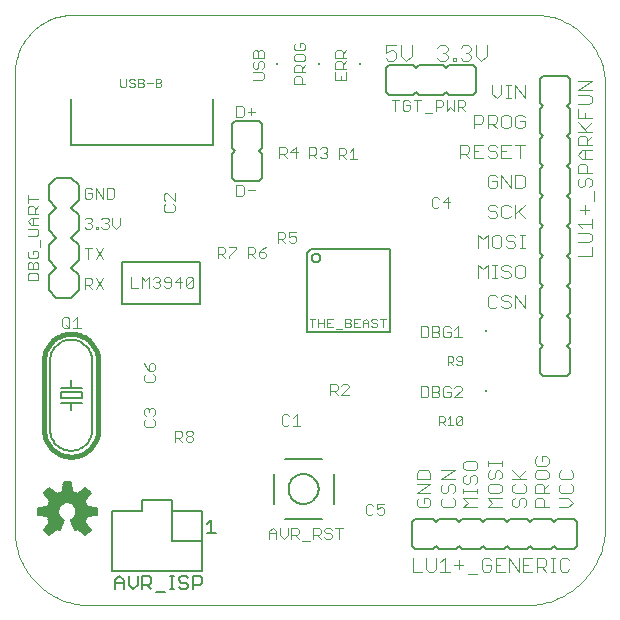
<source format=gto>
G75*
%MOIN*%
%OFA0B0*%
%FSLAX24Y24*%
%IPPOS*%
%LPD*%
%AMOC8*
5,1,8,0,0,1.08239X$1,22.5*
%
%ADD10C,0.0000*%
%ADD11C,0.0040*%
%ADD12C,0.0030*%
%ADD13C,0.0050*%
%ADD14C,0.0080*%
%ADD15R,0.0079X0.0079*%
%ADD16C,0.0060*%
%ADD17C,0.0160*%
%ADD18C,0.0059*%
D10*
X002680Y000180D02*
X017215Y000180D01*
X017317Y000182D01*
X017418Y000188D01*
X017519Y000197D01*
X017620Y000211D01*
X017720Y000228D01*
X017819Y000250D01*
X017917Y000275D01*
X018015Y000303D01*
X018111Y000336D01*
X018206Y000372D01*
X018299Y000412D01*
X018391Y000455D01*
X018481Y000502D01*
X018569Y000552D01*
X018655Y000606D01*
X018740Y000662D01*
X018821Y000722D01*
X018901Y000786D01*
X018978Y000852D01*
X019053Y000921D01*
X019124Y000992D01*
X019193Y001067D01*
X019259Y001144D01*
X019323Y001224D01*
X019383Y001305D01*
X019439Y001390D01*
X019493Y001476D01*
X019543Y001564D01*
X019590Y001654D01*
X019633Y001746D01*
X019673Y001839D01*
X019709Y001934D01*
X019742Y002030D01*
X019770Y002128D01*
X019795Y002226D01*
X019817Y002325D01*
X019834Y002425D01*
X019848Y002526D01*
X019857Y002627D01*
X019863Y002728D01*
X019865Y002830D01*
X019865Y017482D01*
X019863Y017578D01*
X019857Y017674D01*
X019848Y017769D01*
X019834Y017864D01*
X019817Y017959D01*
X019796Y018052D01*
X019771Y018145D01*
X019742Y018237D01*
X019710Y018327D01*
X019674Y018416D01*
X019635Y018504D01*
X019592Y018589D01*
X019546Y018674D01*
X019496Y018756D01*
X019443Y018836D01*
X019387Y018914D01*
X019328Y018989D01*
X019266Y019062D01*
X019201Y019133D01*
X019133Y019201D01*
X019062Y019266D01*
X018989Y019328D01*
X018914Y019387D01*
X018836Y019443D01*
X018756Y019496D01*
X018674Y019546D01*
X018589Y019592D01*
X018504Y019635D01*
X018416Y019674D01*
X018327Y019710D01*
X018237Y019742D01*
X018145Y019771D01*
X018052Y019796D01*
X017959Y019817D01*
X017864Y019834D01*
X017769Y019848D01*
X017674Y019857D01*
X017578Y019863D01*
X017482Y019865D01*
X002149Y019865D01*
X002149Y019866D02*
X002063Y019864D01*
X001977Y019859D01*
X001892Y019849D01*
X001807Y019836D01*
X001723Y019819D01*
X001639Y019799D01*
X001557Y019775D01*
X001476Y019747D01*
X001395Y019716D01*
X001317Y019682D01*
X001240Y019644D01*
X001165Y019602D01*
X001091Y019558D01*
X001020Y019510D01*
X000950Y019459D01*
X000883Y019405D01*
X000819Y019349D01*
X000757Y019289D01*
X000697Y019227D01*
X000641Y019163D01*
X000587Y019096D01*
X000536Y019026D01*
X000488Y018955D01*
X000444Y018882D01*
X000402Y018806D01*
X000364Y018729D01*
X000330Y018651D01*
X000299Y018570D01*
X000271Y018489D01*
X000247Y018407D01*
X000227Y018323D01*
X000210Y018239D01*
X000197Y018154D01*
X000187Y018069D01*
X000182Y017983D01*
X000180Y017897D01*
X000180Y002680D01*
X000182Y002582D01*
X000188Y002484D01*
X000197Y002386D01*
X000211Y002289D01*
X000228Y002192D01*
X000249Y002096D01*
X000274Y002001D01*
X000302Y001907D01*
X000335Y001815D01*
X000370Y001723D01*
X000410Y001633D01*
X000452Y001545D01*
X000499Y001458D01*
X000548Y001374D01*
X000601Y001291D01*
X000657Y001211D01*
X000717Y001132D01*
X000779Y001056D01*
X000844Y000983D01*
X000912Y000912D01*
X000983Y000844D01*
X001056Y000779D01*
X001132Y000717D01*
X001211Y000657D01*
X001291Y000601D01*
X001374Y000548D01*
X001458Y000499D01*
X001545Y000452D01*
X001633Y000410D01*
X001723Y000370D01*
X001815Y000335D01*
X001907Y000302D01*
X002001Y000274D01*
X002096Y000249D01*
X002192Y000228D01*
X002289Y000211D01*
X002386Y000197D01*
X002484Y000188D01*
X002582Y000182D01*
X002680Y000180D01*
D11*
X002371Y009413D02*
X002131Y009413D01*
X002251Y009413D02*
X002251Y009773D01*
X002131Y009653D01*
X002003Y009713D02*
X002003Y009473D01*
X001943Y009413D01*
X001823Y009413D01*
X001763Y009473D01*
X001763Y009713D01*
X001823Y009773D01*
X001943Y009773D01*
X002003Y009713D01*
X001883Y009533D02*
X002003Y009413D01*
X000970Y011022D02*
X000609Y011022D01*
X000609Y011202D01*
X000669Y011262D01*
X000910Y011262D01*
X000970Y011202D01*
X000970Y011022D01*
X000970Y011390D02*
X000609Y011390D01*
X000609Y011570D01*
X000669Y011630D01*
X000729Y011630D01*
X000789Y011570D01*
X000789Y011390D01*
X000789Y011570D02*
X000850Y011630D01*
X000910Y011630D01*
X000970Y011570D01*
X000970Y011390D01*
X000910Y011758D02*
X000669Y011758D01*
X000609Y011819D01*
X000609Y011939D01*
X000669Y011999D01*
X000789Y011999D02*
X000789Y011879D01*
X000789Y011999D02*
X000910Y011999D01*
X000970Y011939D01*
X000970Y011819D01*
X000910Y011758D01*
X001030Y012127D02*
X001030Y012367D01*
X000910Y012495D02*
X000970Y012555D01*
X000970Y012675D01*
X000910Y012735D01*
X000609Y012735D01*
X000729Y012863D02*
X000609Y012984D01*
X000729Y013104D01*
X000970Y013104D01*
X000970Y013232D02*
X000609Y013232D01*
X000609Y013412D01*
X000669Y013472D01*
X000789Y013472D01*
X000850Y013412D01*
X000850Y013232D01*
X000850Y013352D02*
X000970Y013472D01*
X000970Y013720D02*
X000609Y013720D01*
X000609Y013600D02*
X000609Y013840D01*
X000789Y013104D02*
X000789Y012863D01*
X000729Y012863D02*
X000970Y012863D01*
X000910Y012495D02*
X000609Y012495D01*
X012544Y018414D02*
X012630Y018328D01*
X012804Y018328D01*
X012891Y018414D01*
X012891Y018588D01*
X012804Y018674D01*
X012717Y018674D01*
X012544Y018588D01*
X012544Y018848D01*
X012891Y018848D01*
X013059Y018848D02*
X013059Y018501D01*
X013233Y018328D01*
X013406Y018501D01*
X013406Y018848D01*
X014270Y018761D02*
X014357Y018848D01*
X014530Y018848D01*
X014617Y018761D01*
X014617Y018674D01*
X014530Y018588D01*
X014617Y018501D01*
X014617Y018414D01*
X014530Y018328D01*
X014357Y018328D01*
X014270Y018414D01*
X014444Y018588D02*
X014530Y018588D01*
X014786Y018414D02*
X014873Y018414D01*
X014873Y018328D01*
X014786Y018328D01*
X014786Y018414D01*
X015044Y018414D02*
X015130Y018328D01*
X015304Y018328D01*
X015391Y018414D01*
X015391Y018501D01*
X015304Y018588D01*
X015217Y018588D01*
X015304Y018588D02*
X015391Y018674D01*
X015391Y018761D01*
X015304Y018848D01*
X015130Y018848D01*
X015044Y018761D01*
X015559Y018848D02*
X015559Y018501D01*
X015733Y018328D01*
X015906Y018501D01*
X015906Y018848D01*
X016097Y017535D02*
X016097Y017228D01*
X016251Y017075D01*
X016404Y017228D01*
X016404Y017535D01*
X016558Y017535D02*
X016711Y017535D01*
X016634Y017535D02*
X016634Y017075D01*
X016558Y017075D02*
X016711Y017075D01*
X016865Y017075D02*
X016865Y017535D01*
X017172Y017075D01*
X017172Y017535D01*
X017095Y016535D02*
X016941Y016535D01*
X016865Y016459D01*
X016865Y016152D01*
X016941Y016075D01*
X017095Y016075D01*
X017172Y016152D01*
X017172Y016305D01*
X017018Y016305D01*
X017172Y016459D02*
X017095Y016535D01*
X016711Y016459D02*
X016634Y016535D01*
X016481Y016535D01*
X016404Y016459D01*
X016404Y016152D01*
X016481Y016075D01*
X016634Y016075D01*
X016711Y016152D01*
X016711Y016459D01*
X016251Y016459D02*
X016251Y016305D01*
X016174Y016228D01*
X015944Y016228D01*
X015944Y016075D02*
X015944Y016535D01*
X016174Y016535D01*
X016251Y016459D01*
X016097Y016228D02*
X016251Y016075D01*
X015790Y016305D02*
X015790Y016459D01*
X015714Y016535D01*
X015483Y016535D01*
X015483Y016075D01*
X015483Y016228D02*
X015714Y016228D01*
X015790Y016305D01*
X015188Y016663D02*
X015067Y016783D01*
X015128Y016783D02*
X014947Y016783D01*
X014947Y016663D02*
X014947Y017023D01*
X015128Y017023D01*
X015188Y016963D01*
X015188Y016843D01*
X015128Y016783D01*
X014819Y016663D02*
X014819Y017023D01*
X014579Y017023D02*
X014579Y016663D01*
X014699Y016783D01*
X014819Y016663D01*
X014451Y016843D02*
X014391Y016783D01*
X014211Y016783D01*
X014211Y016663D02*
X014211Y017023D01*
X014391Y017023D01*
X014451Y016963D01*
X014451Y016843D01*
X014083Y016602D02*
X013842Y016602D01*
X013594Y016663D02*
X013594Y017023D01*
X013474Y017023D02*
X013714Y017023D01*
X013346Y016963D02*
X013286Y017023D01*
X013166Y017023D01*
X013106Y016963D01*
X013106Y016723D01*
X013166Y016663D01*
X013286Y016663D01*
X013346Y016723D01*
X013346Y016843D01*
X013226Y016843D01*
X012978Y017023D02*
X012738Y017023D01*
X012858Y017023D02*
X012858Y016663D01*
X015023Y015535D02*
X015023Y015075D01*
X015023Y015228D02*
X015253Y015228D01*
X015330Y015305D01*
X015330Y015459D01*
X015253Y015535D01*
X015023Y015535D01*
X015176Y015228D02*
X015330Y015075D01*
X015483Y015075D02*
X015790Y015075D01*
X015944Y015152D02*
X016021Y015075D01*
X016174Y015075D01*
X016251Y015152D01*
X016251Y015228D01*
X016174Y015305D01*
X016021Y015305D01*
X015944Y015382D01*
X015944Y015459D01*
X016021Y015535D01*
X016174Y015535D01*
X016251Y015459D01*
X016404Y015535D02*
X016404Y015075D01*
X016711Y015075D01*
X016558Y015305D02*
X016404Y015305D01*
X016404Y015535D02*
X016711Y015535D01*
X016865Y015535D02*
X017172Y015535D01*
X017018Y015535D02*
X017018Y015075D01*
X017095Y014535D02*
X016865Y014535D01*
X016865Y014075D01*
X017095Y014075D01*
X017172Y014152D01*
X017172Y014459D01*
X017095Y014535D01*
X016711Y014535D02*
X016711Y014075D01*
X016404Y014535D01*
X016404Y014075D01*
X016251Y014152D02*
X016251Y014305D01*
X016097Y014305D01*
X015944Y014152D02*
X016021Y014075D01*
X016174Y014075D01*
X016251Y014152D01*
X015944Y014152D02*
X015944Y014459D01*
X016021Y014535D01*
X016174Y014535D01*
X016251Y014459D01*
X015483Y015075D02*
X015483Y015535D01*
X015790Y015535D01*
X015637Y015305D02*
X015483Y015305D01*
X016021Y013535D02*
X015944Y013459D01*
X015944Y013382D01*
X016021Y013305D01*
X016174Y013305D01*
X016251Y013228D01*
X016251Y013152D01*
X016174Y013075D01*
X016021Y013075D01*
X015944Y013152D01*
X016021Y013535D02*
X016174Y013535D01*
X016251Y013459D01*
X016404Y013459D02*
X016404Y013152D01*
X016481Y013075D01*
X016634Y013075D01*
X016711Y013152D01*
X016865Y013228D02*
X017172Y013535D01*
X016941Y013305D02*
X017172Y013075D01*
X016865Y013075D02*
X016865Y013535D01*
X016711Y013459D02*
X016634Y013535D01*
X016481Y013535D01*
X016404Y013459D01*
X016327Y012535D02*
X016404Y012459D01*
X016404Y012152D01*
X016327Y012075D01*
X016174Y012075D01*
X016097Y012152D01*
X016097Y012459D01*
X016174Y012535D01*
X016327Y012535D01*
X016558Y012459D02*
X016558Y012382D01*
X016634Y012305D01*
X016788Y012305D01*
X016865Y012228D01*
X016865Y012152D01*
X016788Y012075D01*
X016634Y012075D01*
X016558Y012152D01*
X016558Y012459D02*
X016634Y012535D01*
X016788Y012535D01*
X016865Y012459D01*
X017018Y012535D02*
X017172Y012535D01*
X017095Y012535D02*
X017095Y012075D01*
X017018Y012075D02*
X017172Y012075D01*
X017095Y011535D02*
X017172Y011459D01*
X017172Y011152D01*
X017095Y011075D01*
X016941Y011075D01*
X016865Y011152D01*
X016865Y011459D01*
X016941Y011535D01*
X017095Y011535D01*
X016711Y011459D02*
X016634Y011535D01*
X016481Y011535D01*
X016404Y011459D01*
X016404Y011382D01*
X016481Y011305D01*
X016634Y011305D01*
X016711Y011228D01*
X016711Y011152D01*
X016634Y011075D01*
X016481Y011075D01*
X016404Y011152D01*
X016251Y011075D02*
X016097Y011075D01*
X016174Y011075D02*
X016174Y011535D01*
X016097Y011535D02*
X016251Y011535D01*
X015944Y011535D02*
X015944Y011075D01*
X015637Y011075D02*
X015637Y011535D01*
X015790Y011382D01*
X015944Y011535D01*
X015944Y012075D02*
X015944Y012535D01*
X015790Y012382D01*
X015637Y012535D01*
X015637Y012075D01*
X016021Y010535D02*
X015944Y010459D01*
X015944Y010152D01*
X016021Y010075D01*
X016174Y010075D01*
X016251Y010152D01*
X016404Y010152D02*
X016481Y010075D01*
X016634Y010075D01*
X016711Y010152D01*
X016711Y010228D01*
X016634Y010305D01*
X016481Y010305D01*
X016404Y010382D01*
X016404Y010459D01*
X016481Y010535D01*
X016634Y010535D01*
X016711Y010459D01*
X016865Y010535D02*
X016865Y010075D01*
X017172Y010075D02*
X016865Y010535D01*
X017172Y010535D02*
X017172Y010075D01*
X016251Y010459D02*
X016174Y010535D01*
X016021Y010535D01*
X018950Y011825D02*
X019410Y011825D01*
X019410Y012132D01*
X019333Y012285D02*
X019410Y012362D01*
X019410Y012516D01*
X019333Y012592D01*
X018950Y012592D01*
X019103Y012746D02*
X018950Y012899D01*
X019410Y012899D01*
X019410Y012746D02*
X019410Y013053D01*
X019180Y013206D02*
X019180Y013513D01*
X019333Y013360D02*
X019026Y013360D01*
X019487Y013667D02*
X019487Y013973D01*
X019333Y014127D02*
X019410Y014204D01*
X019410Y014357D01*
X019333Y014434D01*
X019257Y014434D01*
X019180Y014357D01*
X019180Y014204D01*
X019103Y014127D01*
X019026Y014127D01*
X018950Y014204D01*
X018950Y014357D01*
X019026Y014434D01*
X018950Y014587D02*
X018950Y014818D01*
X019026Y014894D01*
X019180Y014894D01*
X019257Y014818D01*
X019257Y014587D01*
X019410Y014587D02*
X018950Y014587D01*
X019103Y015048D02*
X018950Y015201D01*
X019103Y015355D01*
X019410Y015355D01*
X019410Y015508D02*
X018950Y015508D01*
X018950Y015738D01*
X019026Y015815D01*
X019180Y015815D01*
X019257Y015738D01*
X019257Y015508D01*
X019257Y015662D02*
X019410Y015815D01*
X019410Y015969D02*
X018950Y015969D01*
X019180Y016045D02*
X019410Y016275D01*
X019410Y016429D02*
X018950Y016429D01*
X018950Y016736D01*
X018950Y016889D02*
X019333Y016889D01*
X019410Y016966D01*
X019410Y017120D01*
X019333Y017196D01*
X018950Y017196D01*
X018950Y017350D02*
X019410Y017657D01*
X018950Y017657D01*
X018950Y017350D02*
X019410Y017350D01*
X019180Y016582D02*
X019180Y016429D01*
X018950Y016275D02*
X019257Y015969D01*
X019180Y015355D02*
X019180Y015048D01*
X019103Y015048D02*
X019410Y015048D01*
X019333Y012285D02*
X018950Y012285D01*
X017896Y005138D02*
X017742Y005138D01*
X017742Y004985D01*
X017589Y005138D02*
X017512Y005061D01*
X017512Y004908D01*
X017589Y004831D01*
X017896Y004831D01*
X017973Y004908D01*
X017973Y005061D01*
X017896Y005138D01*
X017896Y004678D02*
X017589Y004678D01*
X017512Y004601D01*
X017512Y004448D01*
X017589Y004371D01*
X017896Y004371D01*
X017973Y004448D01*
X017973Y004601D01*
X017896Y004678D01*
X018325Y004601D02*
X018325Y004448D01*
X018401Y004371D01*
X018708Y004371D01*
X018785Y004448D01*
X018785Y004601D01*
X018708Y004678D01*
X018401Y004678D02*
X018325Y004601D01*
X018401Y004217D02*
X018325Y004141D01*
X018325Y003987D01*
X018401Y003910D01*
X018708Y003910D01*
X018785Y003987D01*
X018785Y004141D01*
X018708Y004217D01*
X018632Y003757D02*
X018325Y003757D01*
X018632Y003757D02*
X018785Y003603D01*
X018632Y003450D01*
X018325Y003450D01*
X017973Y003450D02*
X017512Y003450D01*
X017512Y003680D01*
X017589Y003757D01*
X017742Y003757D01*
X017819Y003680D01*
X017819Y003450D01*
X017819Y003910D02*
X017819Y004141D01*
X017742Y004217D01*
X017589Y004217D01*
X017512Y004141D01*
X017512Y003910D01*
X017973Y003910D01*
X017819Y004064D02*
X017973Y004217D01*
X017223Y004141D02*
X017146Y004217D01*
X017223Y004141D02*
X017223Y003987D01*
X017146Y003910D01*
X016839Y003910D01*
X016762Y003987D01*
X016762Y004141D01*
X016839Y004217D01*
X016762Y004371D02*
X017223Y004371D01*
X017069Y004371D02*
X016762Y004678D01*
X016992Y004448D02*
X017223Y004678D01*
X016410Y004601D02*
X016410Y004448D01*
X016333Y004371D01*
X016333Y004217D02*
X016026Y004217D01*
X015950Y004141D01*
X015950Y003987D01*
X016026Y003910D01*
X016333Y003910D01*
X016410Y003987D01*
X016410Y004141D01*
X016333Y004217D01*
X016103Y004371D02*
X016180Y004448D01*
X016180Y004601D01*
X016257Y004678D01*
X016333Y004678D01*
X016410Y004601D01*
X016410Y004831D02*
X016410Y004985D01*
X016410Y004908D02*
X015950Y004908D01*
X015950Y004831D02*
X015950Y004985D01*
X016026Y004678D02*
X015950Y004601D01*
X015950Y004448D01*
X016026Y004371D01*
X016103Y004371D01*
X015598Y004448D02*
X015598Y004294D01*
X015521Y004217D01*
X015598Y004064D02*
X015598Y003910D01*
X015598Y003987D02*
X015137Y003987D01*
X015137Y003910D02*
X015137Y004064D01*
X015214Y004217D02*
X015291Y004217D01*
X015367Y004294D01*
X015367Y004448D01*
X015444Y004524D01*
X015521Y004524D01*
X015598Y004448D01*
X015521Y004678D02*
X015214Y004678D01*
X015137Y004754D01*
X015137Y004908D01*
X015214Y004985D01*
X015521Y004985D01*
X015598Y004908D01*
X015598Y004754D01*
X015521Y004678D01*
X015214Y004524D02*
X015137Y004448D01*
X015137Y004294D01*
X015214Y004217D01*
X014848Y004141D02*
X014848Y003987D01*
X014771Y003910D01*
X014771Y003757D02*
X014848Y003680D01*
X014848Y003527D01*
X014771Y003450D01*
X014464Y003450D01*
X014387Y003527D01*
X014387Y003680D01*
X014464Y003757D01*
X014464Y003910D02*
X014541Y003910D01*
X014617Y003987D01*
X014617Y004141D01*
X014694Y004217D01*
X014771Y004217D01*
X014848Y004141D01*
X014848Y004371D02*
X014387Y004371D01*
X014848Y004678D01*
X014387Y004678D01*
X014035Y004601D02*
X014035Y004371D01*
X013575Y004371D01*
X013575Y004601D01*
X013651Y004678D01*
X013958Y004678D01*
X014035Y004601D01*
X014035Y004217D02*
X013575Y004217D01*
X013575Y003910D02*
X014035Y004217D01*
X014035Y003910D02*
X013575Y003910D01*
X013651Y003757D02*
X013575Y003680D01*
X013575Y003527D01*
X013651Y003450D01*
X013958Y003450D01*
X014035Y003527D01*
X014035Y003680D01*
X013958Y003757D01*
X013805Y003757D01*
X013805Y003603D01*
X014387Y003987D02*
X014464Y003910D01*
X014387Y003987D02*
X014387Y004141D01*
X014464Y004217D01*
X015137Y003757D02*
X015291Y003603D01*
X015137Y003450D01*
X015598Y003450D01*
X015598Y003757D02*
X015137Y003757D01*
X015950Y003757D02*
X016103Y003603D01*
X015950Y003450D01*
X016410Y003450D01*
X016762Y003527D02*
X016839Y003450D01*
X016916Y003450D01*
X016992Y003527D01*
X016992Y003680D01*
X017069Y003757D01*
X017146Y003757D01*
X017223Y003680D01*
X017223Y003527D01*
X017146Y003450D01*
X016762Y003527D02*
X016762Y003680D01*
X016839Y003757D01*
X016410Y003757D02*
X015950Y003757D01*
X015976Y001760D02*
X015823Y001760D01*
X015746Y001684D01*
X015746Y001377D01*
X015823Y001300D01*
X015976Y001300D01*
X016053Y001377D01*
X016053Y001530D01*
X015900Y001530D01*
X016053Y001684D02*
X015976Y001760D01*
X016206Y001760D02*
X016206Y001300D01*
X016513Y001300D01*
X016667Y001300D02*
X016667Y001760D01*
X016974Y001300D01*
X016974Y001760D01*
X017127Y001760D02*
X017127Y001300D01*
X017434Y001300D01*
X017588Y001300D02*
X017588Y001760D01*
X017818Y001760D01*
X017895Y001684D01*
X017895Y001530D01*
X017818Y001453D01*
X017588Y001453D01*
X017741Y001453D02*
X017895Y001300D01*
X018048Y001300D02*
X018201Y001300D01*
X018125Y001300D02*
X018125Y001760D01*
X018201Y001760D02*
X018048Y001760D01*
X018355Y001684D02*
X018355Y001377D01*
X018432Y001300D01*
X018585Y001300D01*
X018662Y001377D01*
X018662Y001684D02*
X018585Y001760D01*
X018432Y001760D01*
X018355Y001684D01*
X017434Y001760D02*
X017127Y001760D01*
X017127Y001530D02*
X017281Y001530D01*
X016513Y001760D02*
X016206Y001760D01*
X016206Y001530D02*
X016360Y001530D01*
X015593Y001223D02*
X015286Y001223D01*
X015132Y001530D02*
X014825Y001530D01*
X014979Y001684D02*
X014979Y001377D01*
X014672Y001300D02*
X014365Y001300D01*
X014518Y001300D02*
X014518Y001760D01*
X014365Y001607D01*
X014211Y001760D02*
X014211Y001377D01*
X014135Y001300D01*
X013981Y001300D01*
X013904Y001377D01*
X013904Y001760D01*
X013444Y001760D02*
X013444Y001300D01*
X013751Y001300D01*
D12*
X012436Y003195D02*
X012313Y003195D01*
X012251Y003257D01*
X012129Y003257D02*
X012068Y003195D01*
X011944Y003195D01*
X011883Y003257D01*
X011883Y003504D01*
X011944Y003565D01*
X012068Y003565D01*
X012129Y003504D01*
X012251Y003565D02*
X012251Y003380D01*
X012374Y003442D01*
X012436Y003442D01*
X012498Y003380D01*
X012498Y003257D01*
X012436Y003195D01*
X012498Y003565D02*
X012251Y003565D01*
X011114Y002765D02*
X010867Y002765D01*
X010991Y002765D02*
X010991Y002395D01*
X010746Y002457D02*
X010684Y002395D01*
X010561Y002395D01*
X010499Y002457D01*
X010378Y002395D02*
X010254Y002518D01*
X010316Y002518D02*
X010131Y002518D01*
X010131Y002395D02*
X010131Y002765D01*
X010316Y002765D01*
X010378Y002704D01*
X010378Y002580D01*
X010316Y002518D01*
X010499Y002642D02*
X010561Y002580D01*
X010684Y002580D01*
X010746Y002518D01*
X010746Y002457D01*
X010746Y002704D02*
X010684Y002765D01*
X010561Y002765D01*
X010499Y002704D01*
X010499Y002642D01*
X010009Y002333D02*
X009762Y002333D01*
X009641Y002395D02*
X009518Y002518D01*
X009579Y002518D02*
X009394Y002518D01*
X009273Y002518D02*
X009149Y002395D01*
X009026Y002518D01*
X009026Y002765D01*
X008904Y002642D02*
X008904Y002395D01*
X008904Y002580D02*
X008658Y002580D01*
X008658Y002642D02*
X008658Y002395D01*
X008658Y002642D02*
X008781Y002765D01*
X008904Y002642D01*
X009273Y002765D02*
X009273Y002518D01*
X009394Y002395D02*
X009394Y002765D01*
X009579Y002765D01*
X009641Y002704D01*
X009641Y002580D01*
X009579Y002518D01*
X006123Y005694D02*
X006061Y005633D01*
X005938Y005633D01*
X005876Y005694D01*
X005876Y005756D01*
X005938Y005818D01*
X006061Y005818D01*
X006123Y005756D01*
X006123Y005694D01*
X006061Y005818D02*
X006123Y005879D01*
X006123Y005941D01*
X006061Y006003D01*
X005938Y006003D01*
X005876Y005941D01*
X005876Y005879D01*
X005938Y005818D01*
X005754Y005818D02*
X005754Y005941D01*
X005693Y006003D01*
X005508Y006003D01*
X005508Y005633D01*
X005508Y005756D02*
X005693Y005756D01*
X005754Y005818D01*
X005631Y005756D02*
X005754Y005633D01*
X004853Y006194D02*
X004853Y006318D01*
X004791Y006379D01*
X004791Y006501D02*
X004853Y006563D01*
X004853Y006686D01*
X004791Y006748D01*
X004729Y006748D01*
X004667Y006686D01*
X004667Y006624D01*
X004667Y006686D02*
X004606Y006748D01*
X004544Y006748D01*
X004482Y006686D01*
X004482Y006563D01*
X004544Y006501D01*
X004544Y006379D02*
X004482Y006318D01*
X004482Y006194D01*
X004544Y006133D01*
X004791Y006133D01*
X004853Y006194D01*
X004791Y007633D02*
X004544Y007633D01*
X004482Y007694D01*
X004482Y007818D01*
X004544Y007879D01*
X004667Y008001D02*
X004667Y008186D01*
X004729Y008248D01*
X004791Y008248D01*
X004853Y008186D01*
X004853Y008063D01*
X004791Y008001D01*
X004667Y008001D01*
X004544Y008124D01*
X004482Y008248D01*
X004791Y007879D02*
X004853Y007818D01*
X004853Y007694D01*
X004791Y007633D01*
X004843Y010754D02*
X004781Y010816D01*
X004843Y010754D02*
X004966Y010754D01*
X005028Y010816D01*
X005028Y010878D01*
X004966Y010940D01*
X004904Y010940D01*
X004966Y010940D02*
X005028Y011001D01*
X005028Y011063D01*
X004966Y011125D01*
X004843Y011125D01*
X004781Y011063D01*
X004660Y011125D02*
X004660Y010754D01*
X004413Y010754D02*
X004413Y011125D01*
X004536Y011001D01*
X004660Y011125D01*
X004291Y010754D02*
X004044Y010754D01*
X004044Y011125D01*
X003123Y011103D02*
X002876Y010733D01*
X002754Y010733D02*
X002631Y010856D01*
X002693Y010856D02*
X002508Y010856D01*
X002508Y010733D02*
X002508Y011103D01*
X002693Y011103D01*
X002754Y011041D01*
X002754Y010918D01*
X002693Y010856D01*
X002876Y011103D02*
X003123Y010733D01*
X003123Y011733D02*
X002876Y012103D01*
X002754Y012103D02*
X002508Y012103D01*
X002631Y012103D02*
X002631Y011733D01*
X002876Y011733D02*
X003123Y012103D01*
X003122Y012733D02*
X003060Y012794D01*
X003122Y012733D02*
X003245Y012733D01*
X003307Y012794D01*
X003307Y012856D01*
X003245Y012918D01*
X003183Y012918D01*
X003245Y012918D02*
X003307Y012979D01*
X003307Y013041D01*
X003245Y013103D01*
X003122Y013103D01*
X003060Y013041D01*
X002938Y012794D02*
X002938Y012733D01*
X002876Y012733D01*
X002876Y012794D01*
X002938Y012794D01*
X002754Y012794D02*
X002693Y012733D01*
X002569Y012733D01*
X002508Y012794D01*
X002631Y012918D02*
X002693Y012918D01*
X002754Y012856D01*
X002754Y012794D01*
X002693Y012918D02*
X002754Y012979D01*
X002754Y013041D01*
X002693Y013103D01*
X002569Y013103D01*
X002508Y013041D01*
X002569Y013733D02*
X002693Y013733D01*
X002754Y013794D01*
X002754Y013918D01*
X002631Y013918D01*
X002754Y014041D02*
X002693Y014103D01*
X002569Y014103D01*
X002508Y014041D01*
X002508Y013794D01*
X002569Y013733D01*
X002876Y013733D02*
X002876Y014103D01*
X003123Y013733D01*
X003123Y014103D01*
X003244Y014103D02*
X003429Y014103D01*
X003491Y014041D01*
X003491Y013794D01*
X003429Y013733D01*
X003244Y013733D01*
X003244Y014103D01*
X003428Y013103D02*
X003428Y012856D01*
X003552Y012733D01*
X003675Y012856D01*
X003675Y013103D01*
X005138Y013363D02*
X005199Y013301D01*
X005446Y013301D01*
X005508Y013363D01*
X005508Y013486D01*
X005446Y013548D01*
X005508Y013670D02*
X005261Y013916D01*
X005199Y013916D01*
X005138Y013855D01*
X005138Y013731D01*
X005199Y013670D01*
X005199Y013548D02*
X005138Y013486D01*
X005138Y013363D01*
X005508Y013670D02*
X005508Y013916D01*
X006945Y012128D02*
X007130Y012128D01*
X007192Y012066D01*
X007192Y011943D01*
X007130Y011881D01*
X006945Y011881D01*
X007068Y011881D02*
X007192Y011758D01*
X007313Y011758D02*
X007313Y011819D01*
X007560Y012066D01*
X007560Y012128D01*
X007313Y012128D01*
X006945Y012128D02*
X006945Y011758D01*
X006133Y011063D02*
X005886Y010816D01*
X005948Y010754D01*
X006071Y010754D01*
X006133Y010816D01*
X006133Y011063D01*
X006071Y011125D01*
X005948Y011125D01*
X005886Y011063D01*
X005886Y010816D01*
X005765Y010940D02*
X005518Y010940D01*
X005703Y011125D01*
X005703Y010754D01*
X005396Y010816D02*
X005396Y011063D01*
X005335Y011125D01*
X005211Y011125D01*
X005149Y011063D01*
X005149Y011001D01*
X005211Y010940D01*
X005396Y010940D01*
X005396Y010816D02*
X005335Y010754D01*
X005211Y010754D01*
X005149Y010816D01*
X007945Y011758D02*
X007945Y012128D01*
X008130Y012128D01*
X008192Y012066D01*
X008192Y011943D01*
X008130Y011881D01*
X007945Y011881D01*
X008068Y011881D02*
X008192Y011758D01*
X008313Y011819D02*
X008375Y011758D01*
X008498Y011758D01*
X008560Y011819D01*
X008560Y011881D01*
X008498Y011943D01*
X008313Y011943D01*
X008313Y011819D01*
X008313Y011943D02*
X008437Y012066D01*
X008560Y012128D01*
X008945Y012258D02*
X008945Y012628D01*
X009130Y012628D01*
X009192Y012566D01*
X009192Y012443D01*
X009130Y012381D01*
X008945Y012381D01*
X009068Y012381D02*
X009192Y012258D01*
X009313Y012319D02*
X009375Y012258D01*
X009498Y012258D01*
X009560Y012319D01*
X009560Y012443D01*
X009498Y012504D01*
X009437Y012504D01*
X009313Y012443D01*
X009313Y012628D01*
X009560Y012628D01*
X007817Y013882D02*
X007817Y014129D01*
X007755Y014190D01*
X007570Y014190D01*
X007570Y013820D01*
X007755Y013820D01*
X007817Y013882D01*
X007938Y014005D02*
X008185Y014005D01*
X009002Y015089D02*
X009002Y015459D01*
X009187Y015459D01*
X009249Y015397D01*
X009249Y015274D01*
X009187Y015212D01*
X009002Y015212D01*
X009126Y015212D02*
X009249Y015089D01*
X009370Y015274D02*
X009556Y015459D01*
X009556Y015089D01*
X009617Y015274D02*
X009370Y015274D01*
X009986Y015196D02*
X010171Y015196D01*
X010233Y015258D01*
X010233Y015382D01*
X010171Y015443D01*
X009986Y015443D01*
X009986Y015073D01*
X010110Y015196D02*
X010233Y015073D01*
X010355Y015135D02*
X010416Y015073D01*
X010540Y015073D01*
X010602Y015135D01*
X010602Y015196D01*
X010540Y015258D01*
X010478Y015258D01*
X010540Y015258D02*
X010602Y015320D01*
X010602Y015382D01*
X010540Y015443D01*
X010416Y015443D01*
X010355Y015382D01*
X010971Y015428D02*
X010971Y015057D01*
X010971Y015181D02*
X011156Y015181D01*
X011217Y015242D01*
X011217Y015366D01*
X011156Y015428D01*
X010971Y015428D01*
X011094Y015181D02*
X011217Y015057D01*
X011339Y015057D02*
X011586Y015057D01*
X011462Y015057D02*
X011462Y015428D01*
X011339Y015304D01*
X014083Y013729D02*
X014083Y013482D01*
X014145Y013420D01*
X014269Y013420D01*
X014330Y013482D01*
X014452Y013605D02*
X014699Y013605D01*
X014637Y013420D02*
X014637Y013790D01*
X014452Y013605D01*
X014330Y013729D02*
X014269Y013790D01*
X014145Y013790D01*
X014083Y013729D01*
X012558Y009735D02*
X012365Y009735D01*
X012461Y009735D02*
X012461Y009445D01*
X012264Y009493D02*
X012215Y009445D01*
X012118Y009445D01*
X012070Y009493D01*
X012118Y009590D02*
X012070Y009638D01*
X012070Y009687D01*
X012118Y009735D01*
X012215Y009735D01*
X012264Y009687D01*
X012215Y009590D02*
X012264Y009542D01*
X012264Y009493D01*
X012215Y009590D02*
X012118Y009590D01*
X011969Y009590D02*
X011775Y009590D01*
X011775Y009638D02*
X011775Y009445D01*
X011674Y009445D02*
X011481Y009445D01*
X011481Y009735D01*
X011674Y009735D01*
X011775Y009638D02*
X011872Y009735D01*
X011969Y009638D01*
X011969Y009445D01*
X011578Y009590D02*
X011481Y009590D01*
X011380Y009542D02*
X011380Y009493D01*
X011331Y009445D01*
X011186Y009445D01*
X011186Y009735D01*
X011331Y009735D01*
X011380Y009687D01*
X011380Y009638D01*
X011331Y009590D01*
X011186Y009590D01*
X011331Y009590D02*
X011380Y009542D01*
X011085Y009397D02*
X010891Y009397D01*
X010790Y009445D02*
X010597Y009445D01*
X010597Y009735D01*
X010790Y009735D01*
X010694Y009590D02*
X010597Y009590D01*
X010496Y009590D02*
X010302Y009590D01*
X010302Y009445D02*
X010302Y009735D01*
X010201Y009735D02*
X010008Y009735D01*
X010104Y009735D02*
X010104Y009445D01*
X010496Y009445D02*
X010496Y009735D01*
X010695Y007565D02*
X010880Y007565D01*
X010942Y007504D01*
X010942Y007380D01*
X010880Y007318D01*
X010695Y007318D01*
X010695Y007195D02*
X010695Y007565D01*
X010818Y007318D02*
X010942Y007195D01*
X011063Y007195D02*
X011310Y007442D01*
X011310Y007504D01*
X011248Y007565D01*
X011125Y007565D01*
X011063Y007504D01*
X011063Y007195D02*
X011310Y007195D01*
X009575Y006540D02*
X009575Y006170D01*
X009452Y006170D02*
X009699Y006170D01*
X009452Y006417D02*
X009575Y006540D01*
X009330Y006479D02*
X009269Y006540D01*
X009145Y006540D01*
X009083Y006479D01*
X009083Y006232D01*
X009145Y006170D01*
X009269Y006170D01*
X009330Y006232D01*
X013722Y007108D02*
X013907Y007108D01*
X013969Y007169D01*
X013969Y007416D01*
X013907Y007478D01*
X013722Y007478D01*
X013722Y007108D01*
X014090Y007108D02*
X014275Y007108D01*
X014337Y007169D01*
X014337Y007231D01*
X014275Y007293D01*
X014090Y007293D01*
X014090Y007108D02*
X014090Y007478D01*
X014275Y007478D01*
X014337Y007416D01*
X014337Y007354D01*
X014275Y007293D01*
X014458Y007416D02*
X014458Y007169D01*
X014520Y007108D01*
X014644Y007108D01*
X014705Y007169D01*
X014705Y007293D01*
X014582Y007293D01*
X014705Y007416D02*
X014644Y007478D01*
X014520Y007478D01*
X014458Y007416D01*
X014827Y007416D02*
X014888Y007478D01*
X015012Y007478D01*
X015074Y007416D01*
X015074Y007354D01*
X014827Y007108D01*
X015074Y007108D01*
X015045Y006478D02*
X015094Y006429D01*
X014900Y006236D01*
X014949Y006188D01*
X015045Y006188D01*
X015094Y006236D01*
X015094Y006429D01*
X015045Y006478D02*
X014949Y006478D01*
X014900Y006429D01*
X014900Y006236D01*
X014799Y006188D02*
X014606Y006188D01*
X014702Y006188D02*
X014702Y006478D01*
X014606Y006381D01*
X014505Y006429D02*
X014505Y006333D01*
X014456Y006284D01*
X014311Y006284D01*
X014311Y006188D02*
X014311Y006478D01*
X014456Y006478D01*
X014505Y006429D01*
X014408Y006284D02*
X014505Y006188D01*
X014606Y008188D02*
X014606Y008478D01*
X014751Y008478D01*
X014799Y008429D01*
X014799Y008333D01*
X014751Y008284D01*
X014606Y008284D01*
X014702Y008284D02*
X014799Y008188D01*
X014900Y008236D02*
X014949Y008188D01*
X015045Y008188D01*
X015094Y008236D01*
X015094Y008429D01*
X015045Y008478D01*
X014949Y008478D01*
X014900Y008429D01*
X014900Y008381D01*
X014949Y008333D01*
X015094Y008333D01*
X015074Y009108D02*
X014827Y009108D01*
X014950Y009108D02*
X014950Y009478D01*
X014827Y009354D01*
X014705Y009293D02*
X014582Y009293D01*
X014705Y009293D02*
X014705Y009169D01*
X014644Y009108D01*
X014520Y009108D01*
X014458Y009169D01*
X014458Y009416D01*
X014520Y009478D01*
X014644Y009478D01*
X014705Y009416D01*
X014337Y009416D02*
X014337Y009354D01*
X014275Y009293D01*
X014090Y009293D01*
X013969Y009416D02*
X013969Y009169D01*
X013907Y009108D01*
X013722Y009108D01*
X013722Y009478D01*
X013907Y009478D01*
X013969Y009416D01*
X014090Y009478D02*
X014275Y009478D01*
X014337Y009416D01*
X014275Y009293D02*
X014337Y009231D01*
X014337Y009169D01*
X014275Y009108D01*
X014090Y009108D01*
X014090Y009478D01*
X008062Y016507D02*
X008062Y016754D01*
X008185Y016630D02*
X007938Y016630D01*
X007817Y016507D02*
X007817Y016754D01*
X007755Y016815D01*
X007570Y016815D01*
X007570Y016445D01*
X007755Y016445D01*
X007817Y016507D01*
X008117Y017695D02*
X008425Y017695D01*
X008487Y017757D01*
X008487Y017880D01*
X008425Y017942D01*
X008117Y017942D01*
X008178Y018063D02*
X008240Y018063D01*
X008302Y018125D01*
X008302Y018248D01*
X008363Y018310D01*
X008425Y018310D01*
X008487Y018248D01*
X008487Y018125D01*
X008425Y018063D01*
X008178Y018063D02*
X008117Y018125D01*
X008117Y018248D01*
X008178Y018310D01*
X008117Y018432D02*
X008117Y018617D01*
X008178Y018679D01*
X008240Y018679D01*
X008302Y018617D01*
X008302Y018432D01*
X008302Y018617D02*
X008363Y018679D01*
X008425Y018679D01*
X008487Y018617D01*
X008487Y018432D01*
X008117Y018432D01*
X009492Y018492D02*
X009553Y018554D01*
X009800Y018554D01*
X009862Y018492D01*
X009862Y018368D01*
X009800Y018307D01*
X009553Y018307D01*
X009492Y018368D01*
X009492Y018492D01*
X009553Y018675D02*
X009800Y018675D01*
X009862Y018737D01*
X009862Y018860D01*
X009800Y018922D01*
X009677Y018922D01*
X009677Y018798D01*
X009553Y018675D02*
X009492Y018737D01*
X009492Y018860D01*
X009553Y018922D01*
X009553Y018185D02*
X009677Y018185D01*
X009738Y018123D01*
X009738Y017938D01*
X009738Y018062D02*
X009862Y018185D01*
X009862Y017938D02*
X009492Y017938D01*
X009492Y018123D01*
X009553Y018185D01*
X009553Y017817D02*
X009677Y017817D01*
X009738Y017755D01*
X009738Y017570D01*
X009862Y017570D02*
X009492Y017570D01*
X009492Y017755D01*
X009553Y017817D01*
X010867Y017695D02*
X011237Y017695D01*
X011237Y017942D01*
X011237Y018063D02*
X010867Y018063D01*
X010867Y018248D01*
X010928Y018310D01*
X011052Y018310D01*
X011113Y018248D01*
X011113Y018063D01*
X011113Y018187D02*
X011237Y018310D01*
X011237Y018432D02*
X010867Y018432D01*
X010867Y018617D01*
X010928Y018679D01*
X011052Y018679D01*
X011113Y018617D01*
X011113Y018432D01*
X011113Y018555D02*
X011237Y018679D01*
X010867Y017942D02*
X010867Y017695D01*
X011052Y017695D02*
X011052Y017818D01*
X005067Y017687D02*
X005067Y017638D01*
X005019Y017590D01*
X004874Y017590D01*
X004772Y017590D02*
X004579Y017590D01*
X004478Y017542D02*
X004478Y017493D01*
X004429Y017445D01*
X004284Y017445D01*
X004284Y017735D01*
X004429Y017735D01*
X004478Y017687D01*
X004478Y017638D01*
X004429Y017590D01*
X004284Y017590D01*
X004183Y017542D02*
X004183Y017493D01*
X004135Y017445D01*
X004038Y017445D01*
X003990Y017493D01*
X003888Y017493D02*
X003888Y017735D01*
X003990Y017687D02*
X003990Y017638D01*
X004038Y017590D01*
X004135Y017590D01*
X004183Y017542D01*
X004183Y017687D02*
X004135Y017735D01*
X004038Y017735D01*
X003990Y017687D01*
X003888Y017493D02*
X003840Y017445D01*
X003743Y017445D01*
X003695Y017493D01*
X003695Y017735D01*
X004429Y017590D02*
X004478Y017542D01*
X004874Y017445D02*
X005019Y017445D01*
X005067Y017493D01*
X005067Y017542D01*
X005019Y017590D01*
X005067Y017687D02*
X005019Y017735D01*
X004874Y017735D01*
X004874Y017445D01*
D13*
X004430Y003680D02*
X005430Y003680D01*
X005430Y003305D01*
X005430Y002305D01*
X006430Y002305D01*
X006430Y001305D01*
X003430Y001305D01*
X003430Y003305D01*
X004430Y003305D01*
X004430Y003680D01*
X005430Y003305D02*
X006430Y003305D01*
X006430Y002305D01*
X006580Y002580D02*
X006880Y002580D01*
X006730Y002580D02*
X006730Y003030D01*
X006580Y002880D01*
X006345Y001155D02*
X006120Y001155D01*
X006120Y000705D01*
X006120Y000855D02*
X006345Y000855D01*
X006420Y000930D01*
X006420Y001080D01*
X006345Y001155D01*
X005959Y001080D02*
X005884Y001155D01*
X005734Y001155D01*
X005659Y001080D01*
X005659Y001005D01*
X005734Y000930D01*
X005884Y000930D01*
X005959Y000855D01*
X005959Y000780D01*
X005884Y000705D01*
X005734Y000705D01*
X005659Y000780D01*
X005502Y000705D02*
X005352Y000705D01*
X005427Y000705D02*
X005427Y001155D01*
X005352Y001155D02*
X005502Y001155D01*
X005192Y000630D02*
X004892Y000630D01*
X004732Y000705D02*
X004582Y000855D01*
X004657Y000855D02*
X004431Y000855D01*
X004431Y000705D02*
X004431Y001155D01*
X004657Y001155D01*
X004732Y001080D01*
X004732Y000930D01*
X004657Y000855D01*
X004271Y000855D02*
X004271Y001155D01*
X003971Y001155D02*
X003971Y000855D01*
X004121Y000705D01*
X004271Y000855D01*
X003811Y000930D02*
X003511Y000930D01*
X003511Y001005D02*
X003661Y001155D01*
X003811Y001005D01*
X003811Y000705D01*
X003511Y000705D02*
X003511Y001005D01*
X013424Y002161D02*
X013424Y002949D01*
X013523Y003047D01*
X014113Y003047D01*
X014211Y002949D01*
X014310Y003047D01*
X014900Y003047D01*
X014999Y002949D01*
X015097Y003047D01*
X015688Y003047D01*
X015786Y002949D01*
X015885Y003047D01*
X016475Y003047D01*
X016574Y002949D01*
X016672Y003047D01*
X017263Y003047D01*
X017361Y002949D01*
X017460Y003047D01*
X018050Y003047D01*
X018149Y002949D01*
X018247Y003047D01*
X018837Y003047D01*
X018936Y002949D01*
X018936Y002161D01*
X018837Y002063D01*
X018247Y002063D01*
X018149Y002161D01*
X018050Y002063D01*
X017460Y002063D01*
X017361Y002161D01*
X017263Y002063D01*
X016672Y002063D01*
X016574Y002161D01*
X016475Y002063D01*
X015885Y002063D01*
X015786Y002161D01*
X015688Y002063D01*
X015097Y002063D01*
X014999Y002161D01*
X014900Y002063D01*
X014310Y002063D01*
X014211Y002161D01*
X014113Y002063D01*
X013523Y002063D01*
X013424Y002161D01*
D14*
X010805Y003567D02*
X010805Y004543D01*
X010411Y005055D02*
X009199Y005055D01*
X008805Y004555D02*
X008805Y003567D01*
X009199Y003055D02*
X010411Y003055D01*
X009305Y004055D02*
X009307Y004099D01*
X009313Y004143D01*
X009323Y004186D01*
X009336Y004228D01*
X009353Y004269D01*
X009374Y004308D01*
X009398Y004345D01*
X009425Y004380D01*
X009455Y004412D01*
X009488Y004442D01*
X009524Y004468D01*
X009561Y004492D01*
X009601Y004511D01*
X009642Y004528D01*
X009685Y004540D01*
X009728Y004549D01*
X009772Y004554D01*
X009816Y004555D01*
X009860Y004552D01*
X009904Y004545D01*
X009947Y004534D01*
X009989Y004520D01*
X010029Y004502D01*
X010068Y004480D01*
X010104Y004456D01*
X010138Y004428D01*
X010170Y004397D01*
X010199Y004363D01*
X010225Y004327D01*
X010247Y004289D01*
X010266Y004249D01*
X010281Y004207D01*
X010293Y004165D01*
X010301Y004121D01*
X010305Y004077D01*
X010305Y004033D01*
X010301Y003989D01*
X010293Y003945D01*
X010281Y003903D01*
X010266Y003861D01*
X010247Y003821D01*
X010225Y003783D01*
X010199Y003747D01*
X010170Y003713D01*
X010138Y003682D01*
X010104Y003654D01*
X010068Y003630D01*
X010029Y003608D01*
X009989Y003590D01*
X009947Y003576D01*
X009904Y003565D01*
X009860Y003558D01*
X009816Y003555D01*
X009772Y003556D01*
X009728Y003561D01*
X009685Y003570D01*
X009642Y003582D01*
X009601Y003599D01*
X009561Y003618D01*
X009524Y003642D01*
X009488Y003668D01*
X009455Y003698D01*
X009425Y003730D01*
X009398Y003765D01*
X009374Y003802D01*
X009353Y003841D01*
X009336Y003882D01*
X009323Y003924D01*
X009313Y003967D01*
X009307Y004011D01*
X009305Y004055D01*
X006345Y010230D02*
X003765Y010230D01*
X003765Y011630D01*
X006345Y011630D01*
X006345Y010230D01*
X006792Y015506D02*
X002068Y015506D01*
X002068Y017041D01*
X006792Y017041D02*
X006792Y015506D01*
D15*
X008930Y018219D03*
X010305Y018219D03*
X011680Y018219D03*
X015891Y009305D03*
X015891Y007305D03*
D16*
X017680Y007905D02*
X017780Y007805D01*
X018580Y007805D01*
X018680Y007905D01*
X018680Y008705D01*
X018580Y008805D01*
X018680Y008905D01*
X018680Y009705D01*
X018580Y009805D01*
X018680Y009905D01*
X018680Y010705D01*
X018580Y010805D01*
X018680Y010905D01*
X018680Y011705D01*
X018580Y011805D01*
X018680Y011905D01*
X018680Y012705D01*
X018580Y012805D01*
X018680Y012905D01*
X018680Y013705D01*
X018580Y013805D01*
X018680Y013905D01*
X018680Y014705D01*
X018580Y014805D01*
X018680Y014905D01*
X018680Y015705D01*
X018580Y015805D01*
X018680Y015905D01*
X018680Y016705D01*
X018580Y016805D01*
X018680Y016905D01*
X018680Y017705D01*
X018580Y017805D01*
X017780Y017805D01*
X017680Y017705D01*
X017680Y016905D01*
X017780Y016805D01*
X017680Y016705D01*
X017680Y015905D01*
X017780Y015805D01*
X017680Y015705D01*
X017680Y014905D01*
X017780Y014805D01*
X017680Y014705D01*
X017680Y013905D01*
X017780Y013805D01*
X017680Y013705D01*
X017680Y012905D01*
X017780Y012805D01*
X017680Y012705D01*
X017680Y011905D01*
X017780Y011805D01*
X017680Y011705D01*
X017680Y010905D01*
X017780Y010805D01*
X017680Y010705D01*
X017680Y009905D01*
X017780Y009805D01*
X017680Y009705D01*
X017680Y008905D01*
X017780Y008805D01*
X017680Y008705D01*
X017680Y007905D01*
X012685Y009300D02*
X009925Y009300D01*
X009925Y011920D01*
X010065Y012060D01*
X012685Y012060D01*
X012685Y009300D01*
X010084Y011760D02*
X010086Y011783D01*
X010092Y011806D01*
X010101Y011827D01*
X010114Y011847D01*
X010130Y011864D01*
X010148Y011878D01*
X010168Y011889D01*
X010190Y011897D01*
X010213Y011901D01*
X010237Y011901D01*
X010260Y011897D01*
X010282Y011889D01*
X010302Y011878D01*
X010320Y011864D01*
X010336Y011847D01*
X010349Y011827D01*
X010358Y011806D01*
X010364Y011783D01*
X010366Y011760D01*
X010364Y011737D01*
X010358Y011714D01*
X010349Y011693D01*
X010336Y011673D01*
X010320Y011656D01*
X010302Y011642D01*
X010282Y011631D01*
X010260Y011623D01*
X010237Y011619D01*
X010213Y011619D01*
X010190Y011623D01*
X010168Y011631D01*
X010148Y011642D01*
X010130Y011656D01*
X010114Y011673D01*
X010101Y011693D01*
X010092Y011714D01*
X010086Y011737D01*
X010084Y011760D01*
X008330Y014305D02*
X007530Y014305D01*
X007430Y014405D01*
X007430Y015205D01*
X007530Y015305D01*
X007430Y015405D01*
X007430Y016205D01*
X007530Y016305D01*
X008330Y016305D01*
X008430Y016205D01*
X008430Y015405D01*
X008330Y015305D01*
X008430Y015205D01*
X008430Y014405D01*
X008330Y014305D01*
X012555Y017280D02*
X012655Y017180D01*
X013455Y017180D01*
X013555Y017280D01*
X013655Y017180D01*
X014455Y017180D01*
X014555Y017280D01*
X014655Y017180D01*
X015455Y017180D01*
X015555Y017280D01*
X015555Y018080D01*
X015455Y018180D01*
X014655Y018180D01*
X014555Y018080D01*
X014455Y018180D01*
X013655Y018180D01*
X013555Y018080D01*
X013455Y018180D01*
X012655Y018180D01*
X012555Y018080D01*
X012555Y017280D01*
X002305Y014180D02*
X002305Y013680D01*
X002055Y013430D01*
X002305Y013180D01*
X002305Y012680D01*
X002055Y012430D01*
X002305Y012180D01*
X002305Y011680D01*
X002055Y011430D01*
X002305Y011180D01*
X002305Y010680D01*
X002055Y010430D01*
X001555Y010430D01*
X001305Y010680D01*
X001305Y011180D01*
X001555Y011430D01*
X001305Y011680D01*
X001305Y012180D01*
X001555Y012430D01*
X001305Y012680D01*
X001305Y013180D01*
X001555Y013430D01*
X001305Y013680D01*
X001305Y014180D01*
X001555Y014430D01*
X002055Y014430D01*
X002305Y014180D01*
X002755Y008330D02*
X002753Y008381D01*
X002748Y008432D01*
X002738Y008482D01*
X002725Y008532D01*
X002709Y008580D01*
X002689Y008627D01*
X002665Y008673D01*
X002639Y008716D01*
X002609Y008758D01*
X002576Y008797D01*
X002541Y008834D01*
X002503Y008868D01*
X002462Y008899D01*
X002420Y008928D01*
X002375Y008953D01*
X002329Y008974D01*
X002281Y008993D01*
X002232Y009007D01*
X002182Y009018D01*
X002132Y009026D01*
X002081Y009030D01*
X002029Y009030D01*
X001978Y009026D01*
X001928Y009018D01*
X001878Y009007D01*
X001829Y008993D01*
X001781Y008974D01*
X001735Y008953D01*
X001690Y008928D01*
X001648Y008899D01*
X001607Y008868D01*
X001569Y008834D01*
X001534Y008797D01*
X001501Y008758D01*
X001471Y008716D01*
X001445Y008673D01*
X001421Y008627D01*
X001401Y008580D01*
X001385Y008532D01*
X001372Y008482D01*
X001362Y008432D01*
X001357Y008381D01*
X001355Y008330D01*
X001355Y006030D01*
X001357Y005979D01*
X001362Y005928D01*
X001372Y005878D01*
X001385Y005828D01*
X001401Y005780D01*
X001421Y005733D01*
X001445Y005687D01*
X001471Y005644D01*
X001501Y005602D01*
X001534Y005563D01*
X001569Y005526D01*
X001607Y005492D01*
X001648Y005461D01*
X001690Y005432D01*
X001735Y005407D01*
X001781Y005386D01*
X001829Y005367D01*
X001878Y005353D01*
X001928Y005342D01*
X001978Y005334D01*
X002029Y005330D01*
X002081Y005330D01*
X002132Y005334D01*
X002182Y005342D01*
X002232Y005353D01*
X002281Y005367D01*
X002329Y005386D01*
X002375Y005407D01*
X002420Y005432D01*
X002462Y005461D01*
X002503Y005492D01*
X002541Y005526D01*
X002576Y005563D01*
X002609Y005602D01*
X002639Y005644D01*
X002665Y005687D01*
X002689Y005733D01*
X002709Y005780D01*
X002725Y005828D01*
X002738Y005878D01*
X002748Y005928D01*
X002753Y005979D01*
X002755Y006030D01*
X002755Y008330D01*
X002055Y007680D02*
X002055Y007430D01*
X002405Y007430D01*
X002405Y007280D02*
X002405Y007080D01*
X001705Y007080D01*
X001705Y007280D01*
X002405Y007280D01*
X002055Y007430D02*
X001705Y007430D01*
X001705Y006930D02*
X002055Y006930D01*
X002055Y006680D01*
X002055Y006930D02*
X002405Y006930D01*
D17*
X002955Y006030D02*
X002953Y005971D01*
X002947Y005913D01*
X002938Y005854D01*
X002924Y005797D01*
X002907Y005741D01*
X002886Y005686D01*
X002862Y005632D01*
X002834Y005580D01*
X002803Y005530D01*
X002769Y005482D01*
X002732Y005437D01*
X002691Y005394D01*
X002648Y005353D01*
X002603Y005316D01*
X002555Y005282D01*
X002505Y005251D01*
X002453Y005223D01*
X002399Y005199D01*
X002344Y005178D01*
X002288Y005161D01*
X002231Y005147D01*
X002172Y005138D01*
X002114Y005132D01*
X002055Y005130D01*
X001996Y005132D01*
X001938Y005138D01*
X001879Y005147D01*
X001822Y005161D01*
X001766Y005178D01*
X001711Y005199D01*
X001657Y005223D01*
X001605Y005251D01*
X001555Y005282D01*
X001507Y005316D01*
X001462Y005353D01*
X001419Y005394D01*
X001378Y005437D01*
X001341Y005482D01*
X001307Y005530D01*
X001276Y005580D01*
X001248Y005632D01*
X001224Y005686D01*
X001203Y005741D01*
X001186Y005797D01*
X001172Y005854D01*
X001163Y005913D01*
X001157Y005971D01*
X001155Y006030D01*
X001155Y008330D01*
X001157Y008389D01*
X001163Y008447D01*
X001172Y008506D01*
X001186Y008563D01*
X001203Y008619D01*
X001224Y008674D01*
X001248Y008728D01*
X001276Y008780D01*
X001307Y008830D01*
X001341Y008878D01*
X001378Y008923D01*
X001419Y008966D01*
X001462Y009007D01*
X001507Y009044D01*
X001555Y009078D01*
X001605Y009109D01*
X001657Y009137D01*
X001711Y009161D01*
X001766Y009182D01*
X001822Y009199D01*
X001879Y009213D01*
X001938Y009222D01*
X001996Y009228D01*
X002055Y009230D01*
X002114Y009228D01*
X002172Y009222D01*
X002231Y009213D01*
X002288Y009199D01*
X002344Y009182D01*
X002399Y009161D01*
X002453Y009137D01*
X002505Y009109D01*
X002555Y009078D01*
X002603Y009044D01*
X002648Y009007D01*
X002691Y008966D01*
X002732Y008923D01*
X002769Y008878D01*
X002803Y008830D01*
X002834Y008780D01*
X002862Y008728D01*
X002886Y008674D01*
X002907Y008619D01*
X002924Y008563D01*
X002938Y008506D01*
X002947Y008447D01*
X002953Y008389D01*
X002955Y008330D01*
X002955Y006030D01*
D18*
X002050Y004282D02*
X001810Y004282D01*
X001778Y003964D01*
X001671Y003930D01*
X001571Y003879D01*
X001324Y004081D01*
X001154Y003911D01*
X001356Y003664D01*
X001305Y003564D01*
X001271Y003457D01*
X000953Y003425D01*
X000953Y003185D01*
X001271Y003153D01*
X001305Y003046D01*
X001356Y002946D01*
X001154Y002699D01*
X001324Y002529D01*
X001571Y002731D01*
X001671Y002680D01*
X001812Y003021D01*
X001759Y003049D01*
X001712Y003087D01*
X001674Y003134D01*
X001646Y003187D01*
X001628Y003245D01*
X001622Y003305D01*
X001629Y003368D01*
X001648Y003428D01*
X001679Y003483D01*
X001721Y003530D01*
X001771Y003568D01*
X001828Y003595D01*
X001890Y003610D01*
X001953Y003612D01*
X002015Y003601D01*
X002074Y003577D01*
X002126Y003542D01*
X002170Y003497D01*
X002205Y003444D01*
X002227Y003385D01*
X002237Y003322D01*
X002234Y003259D01*
X002218Y003198D01*
X002190Y003141D01*
X002152Y003092D01*
X002103Y003051D01*
X002048Y003021D01*
X002189Y002680D01*
X002289Y002731D01*
X002536Y002529D01*
X002706Y002699D01*
X002504Y002946D01*
X002555Y003046D01*
X002589Y003153D01*
X002907Y003185D01*
X002907Y003425D01*
X002589Y003457D01*
X002555Y003564D01*
X002504Y003664D01*
X002706Y003911D01*
X002536Y004081D01*
X002289Y003879D01*
X002189Y003930D01*
X002082Y003964D01*
X002050Y004282D01*
X002052Y004266D02*
X001808Y004266D01*
X001803Y004209D02*
X002057Y004209D01*
X002063Y004151D02*
X001797Y004151D01*
X001791Y004094D02*
X002069Y004094D01*
X002075Y004036D02*
X001785Y004036D01*
X001779Y003979D02*
X002081Y003979D01*
X002207Y003921D02*
X001653Y003921D01*
X001520Y003921D02*
X001165Y003921D01*
X001193Y003864D02*
X002667Y003864D01*
X002695Y003921D02*
X002340Y003921D01*
X002411Y003979D02*
X002638Y003979D01*
X002580Y004036D02*
X002482Y004036D01*
X002620Y003806D02*
X001240Y003806D01*
X001287Y003748D02*
X002573Y003748D01*
X002526Y003691D02*
X001334Y003691D01*
X001341Y003633D02*
X002519Y003633D01*
X002549Y003576D02*
X002075Y003576D01*
X002149Y003518D02*
X002570Y003518D01*
X002588Y003461D02*
X002194Y003461D01*
X002220Y003403D02*
X002907Y003403D01*
X002907Y003346D02*
X002233Y003346D01*
X002236Y003288D02*
X002907Y003288D01*
X002907Y003230D02*
X002227Y003230D01*
X002206Y003173D02*
X002787Y003173D01*
X002577Y003115D02*
X002170Y003115D01*
X002111Y003058D02*
X002559Y003058D01*
X002532Y003000D02*
X002056Y003000D01*
X002080Y002943D02*
X002507Y002943D01*
X002554Y002885D02*
X002104Y002885D01*
X002128Y002828D02*
X002601Y002828D01*
X002648Y002770D02*
X002152Y002770D01*
X002175Y002712D02*
X002252Y002712D01*
X002312Y002712D02*
X002695Y002712D01*
X002661Y002655D02*
X002382Y002655D01*
X002453Y002597D02*
X002604Y002597D01*
X002546Y002540D02*
X002523Y002540D01*
X001780Y002943D02*
X001353Y002943D01*
X001328Y003000D02*
X001804Y003000D01*
X001749Y003058D02*
X001301Y003058D01*
X001283Y003115D02*
X001690Y003115D01*
X001654Y003173D02*
X001073Y003173D01*
X000953Y003230D02*
X001633Y003230D01*
X001624Y003288D02*
X000953Y003288D01*
X000953Y003346D02*
X001627Y003346D01*
X001640Y003403D02*
X000953Y003403D01*
X001272Y003461D02*
X001667Y003461D01*
X001710Y003518D02*
X001290Y003518D01*
X001311Y003576D02*
X001787Y003576D01*
X001449Y003979D02*
X001222Y003979D01*
X001280Y004036D02*
X001378Y004036D01*
X001306Y002885D02*
X001756Y002885D01*
X001732Y002828D02*
X001259Y002828D01*
X001212Y002770D02*
X001708Y002770D01*
X001685Y002712D02*
X001608Y002712D01*
X001548Y002712D02*
X001165Y002712D01*
X001199Y002655D02*
X001478Y002655D01*
X001407Y002597D02*
X001256Y002597D01*
X001314Y002540D02*
X001337Y002540D01*
M02*

</source>
